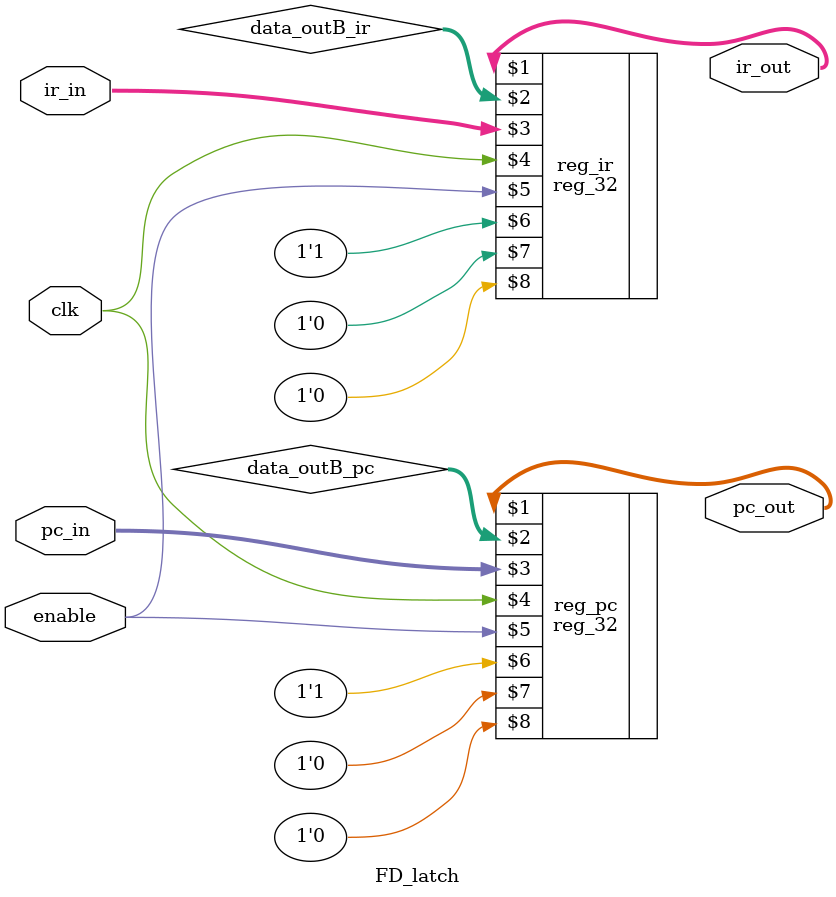
<source format=v>
module FD_latch(pc_in, ir_in, pc_out, ir_out, clk, enable);

    input [31:0] pc_in, ir_in;
    input clk, enable;
    output [31:0] pc_out, ir_out;

    wire [31:0] data_outB_pc;
    wire [31:0] data_outB_ir;

    reg_32 reg_pc(pc_out, data_outB_pc, pc_in, clk, enable, 1'b1, 1'b0, 1'b0);
    reg_32 reg_ir(ir_out, data_outB_ir, ir_in, clk, enable, 1'b1, 1'b0, 1'b0);

endmodule
</source>
